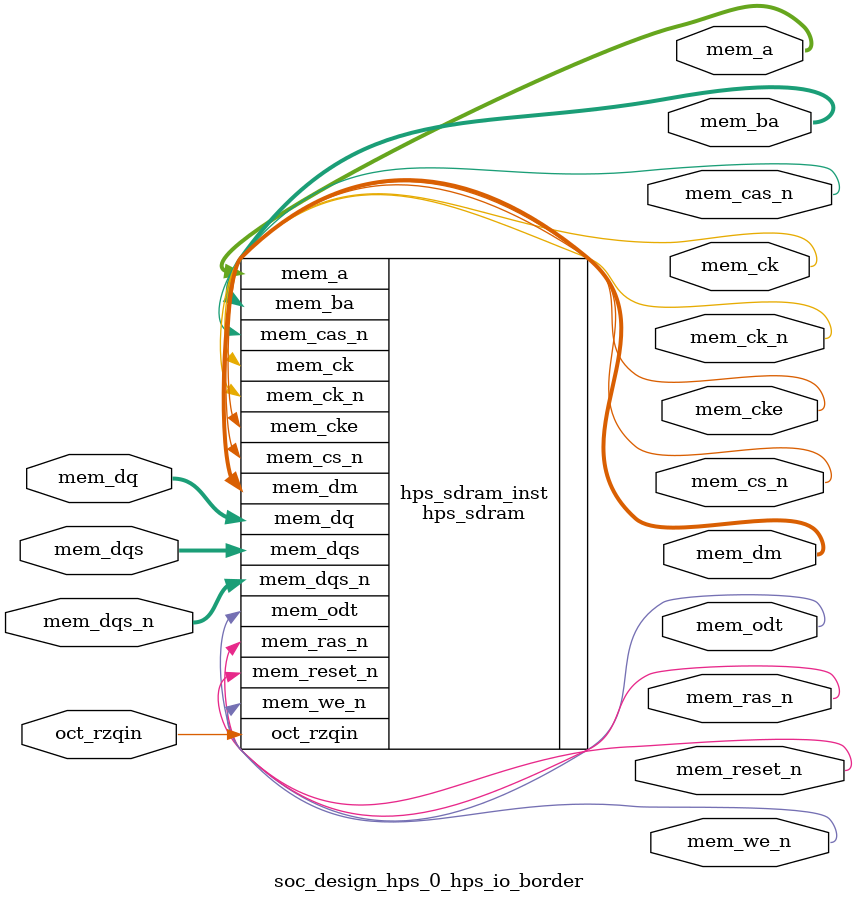
<source format=sv>


module soc_design_hps_0_hps_io_border(
// memory
  output wire [15 - 1 : 0 ] mem_a
 ,output wire [3 - 1 : 0 ] mem_ba
 ,output wire [1 - 1 : 0 ] mem_ck
 ,output wire [1 - 1 : 0 ] mem_ck_n
 ,output wire [1 - 1 : 0 ] mem_cke
 ,output wire [1 - 1 : 0 ] mem_cs_n
 ,output wire [1 - 1 : 0 ] mem_ras_n
 ,output wire [1 - 1 : 0 ] mem_cas_n
 ,output wire [1 - 1 : 0 ] mem_we_n
 ,output wire [1 - 1 : 0 ] mem_reset_n
 ,inout wire [32 - 1 : 0 ] mem_dq
 ,inout wire [4 - 1 : 0 ] mem_dqs
 ,inout wire [4 - 1 : 0 ] mem_dqs_n
 ,output wire [1 - 1 : 0 ] mem_odt
 ,output wire [4 - 1 : 0 ] mem_dm
 ,input wire [1 - 1 : 0 ] oct_rzqin
);


hps_sdram hps_sdram_inst(
 .mem_dq({
    mem_dq[31:0] // 31:0
  })
,.mem_odt({
    mem_odt[0:0] // 0:0
  })
,.mem_ras_n({
    mem_ras_n[0:0] // 0:0
  })
,.mem_dqs_n({
    mem_dqs_n[3:0] // 3:0
  })
,.mem_dqs({
    mem_dqs[3:0] // 3:0
  })
,.mem_dm({
    mem_dm[3:0] // 3:0
  })
,.mem_we_n({
    mem_we_n[0:0] // 0:0
  })
,.mem_cas_n({
    mem_cas_n[0:0] // 0:0
  })
,.mem_ba({
    mem_ba[2:0] // 2:0
  })
,.mem_a({
    mem_a[14:0] // 14:0
  })
,.mem_cs_n({
    mem_cs_n[0:0] // 0:0
  })
,.mem_ck({
    mem_ck[0:0] // 0:0
  })
,.mem_cke({
    mem_cke[0:0] // 0:0
  })
,.oct_rzqin({
    oct_rzqin[0:0] // 0:0
  })
,.mem_reset_n({
    mem_reset_n[0:0] // 0:0
  })
,.mem_ck_n({
    mem_ck_n[0:0] // 0:0
  })
);

endmodule


</source>
